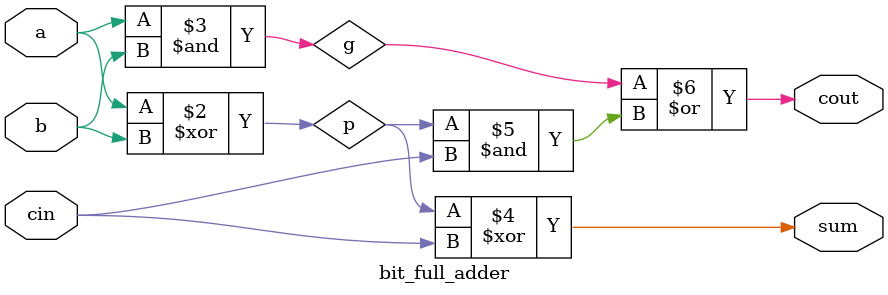
<source format=sv>
`ifndef bit_full_adder
`define bit_full_adder

module bit_full_adder (
  input logic a, b, cin,
  output logic sum, cout
);

  logic p, g;

  always_comb begin : one_bit_full_adder
    // blocking assignments
    p = a ^ b;
    g = a & b;
    sum = p ^ cin;
    cout = g | (p & cin);    
  end : one_bit_full_adder

endmodule : bit_full_adder

`endif // bit_full_adder

// module bit_full_adder (
//     input logic a, b, cin, 
//     output logic sum, cout
// );
//     always_comb begin : one_bit_full_adder
//       sum = a ^ b ^ cin; 
//       cout = (a & b) | (b & cin) | (a & cin);
//     end : one_bit_full_adder

//   // assign sum = a ^ b ^ cin;
//   // assign cout = (a & b) | (a & cin) | (b & cin);

// endmodule: bit_full_adder

</source>
